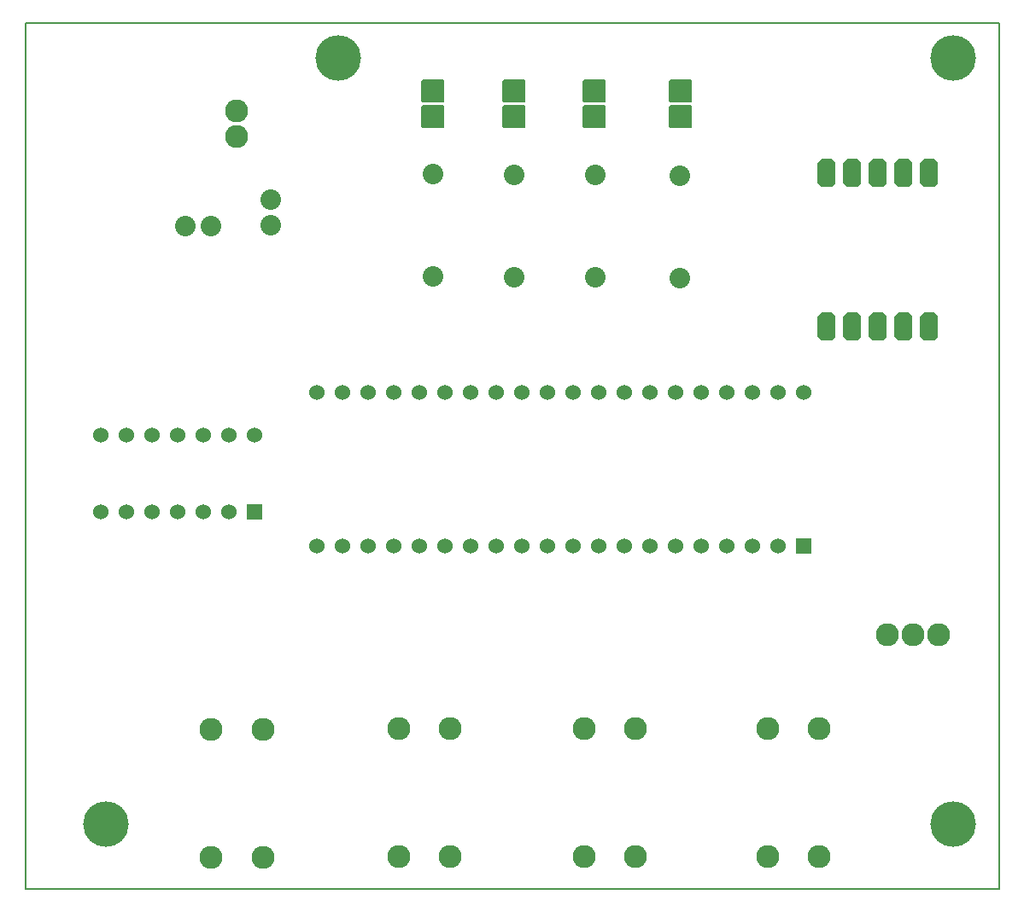
<source format=gbr>
G04 PROTEUS RS274X GERBER FILE*
%FSLAX45Y45*%
%MOMM*%
G01*
%AMPPAD014*
4,1,36,
0.635000,0.762000,
-0.635000,0.762000,
-0.660970,0.759470,
-0.684980,0.752200,
-0.706580,0.740650,
-0.725290,0.725290,
-0.740650,0.706570,
-0.752200,0.684980,
-0.759470,0.660970,
-0.762000,0.635000,
-0.762000,-0.635000,
-0.759470,-0.660970,
-0.752200,-0.684980,
-0.740650,-0.706570,
-0.725290,-0.725290,
-0.706580,-0.740650,
-0.684980,-0.752200,
-0.660970,-0.759470,
-0.635000,-0.762000,
0.635000,-0.762000,
0.660970,-0.759470,
0.684980,-0.752200,
0.706580,-0.740650,
0.725290,-0.725290,
0.740650,-0.706570,
0.752200,-0.684980,
0.759470,-0.660970,
0.762000,-0.635000,
0.762000,0.635000,
0.759470,0.660970,
0.752200,0.684980,
0.740650,0.706570,
0.725290,0.725290,
0.706580,0.740650,
0.684980,0.752200,
0.660970,0.759470,
0.635000,0.762000,
0*%
%ADD22PPAD014*%
%ADD23C,1.524000*%
%AMPPAD016*
4,1,8,
0.509800,1.397000,
-0.509800,1.397000,
-0.889000,1.017800,
-0.889000,-1.017800,
-0.509800,-1.397000,
0.509800,-1.397000,
0.889000,-1.017800,
0.889000,1.017800,
0.509800,1.397000,
0*%
%ADD24PPAD016*%
%ADD25C,2.286000*%
%AMPPAD018*
4,1,36,
1.143000,-1.016000,
1.143000,1.016000,
1.140470,1.041970,
1.133200,1.065980,
1.121650,1.087580,
1.106290,1.106290,
1.087570,1.121650,
1.065980,1.133200,
1.041970,1.140470,
1.016000,1.143000,
-1.016000,1.143000,
-1.041970,1.140470,
-1.065980,1.133200,
-1.087570,1.121650,
-1.106290,1.106290,
-1.121650,1.087580,
-1.133200,1.065980,
-1.140470,1.041970,
-1.143000,1.016000,
-1.143000,-1.016000,
-1.140470,-1.041970,
-1.133200,-1.065980,
-1.121650,-1.087580,
-1.106290,-1.106290,
-1.087570,-1.121650,
-1.065980,-1.133200,
-1.041970,-1.140470,
-1.016000,-1.143000,
1.016000,-1.143000,
1.041970,-1.140470,
1.065980,-1.133200,
1.087570,-1.121650,
1.106290,-1.106290,
1.121650,-1.087580,
1.133200,-1.065980,
1.140470,-1.041970,
1.143000,-1.016000,
0*%
%ADD26PPAD018*%
%ADD13C,2.032000*%
%ADD27C,4.508000*%
%ADD17C,0.203200*%
D22*
X-1989000Y+3457000D03*
D23*
X-2243000Y+3457000D03*
X-2497000Y+3457000D03*
X-2751000Y+3457000D03*
X-3005000Y+3457000D03*
X-3259000Y+3457000D03*
X-3513000Y+3457000D03*
X-3767000Y+3457000D03*
X-4021000Y+3457000D03*
X-4275000Y+3457000D03*
X-4529000Y+3457000D03*
X-4783000Y+3457000D03*
X-5037000Y+3457000D03*
X-5291000Y+3457000D03*
X-5545000Y+3457000D03*
X-5799000Y+3457000D03*
X-6053000Y+3457000D03*
X-6307000Y+3457000D03*
X-6561000Y+3457000D03*
X-6815000Y+3457000D03*
X-6815000Y+4981000D03*
X-6561000Y+4981000D03*
X-6307000Y+4981000D03*
X-6053000Y+4981000D03*
X-5799000Y+4981000D03*
X-5545000Y+4981000D03*
X-5291000Y+4981000D03*
X-5037000Y+4981000D03*
X-4783000Y+4981000D03*
X-4529000Y+4981000D03*
X-4275000Y+4981000D03*
X-4021000Y+4981000D03*
X-3767000Y+4981000D03*
X-3513000Y+4981000D03*
X-3259000Y+4981000D03*
X-3005000Y+4981000D03*
X-2751000Y+4981000D03*
X-2497000Y+4981000D03*
X-2243000Y+4981000D03*
X-1989000Y+4981000D03*
D24*
X-1500000Y+7153000D03*
X-1754000Y+7153000D03*
X-1500000Y+5629000D03*
X-1246000Y+7153000D03*
X-1246000Y+5629000D03*
X-992000Y+5629000D03*
X-1754000Y+5629000D03*
X-738000Y+5629000D03*
X-738000Y+7153000D03*
X-992000Y+7153000D03*
D22*
X-7431000Y+3791000D03*
D23*
X-7685000Y+3791000D03*
X-7939000Y+3791000D03*
X-8193000Y+3791000D03*
X-8447000Y+3791000D03*
X-8701000Y+3791000D03*
X-8955000Y+3791000D03*
X-8955000Y+4553000D03*
X-8701000Y+4553000D03*
X-8447000Y+4553000D03*
X-8193000Y+4553000D03*
X-7939000Y+4553000D03*
X-7685000Y+4553000D03*
X-7431000Y+4553000D03*
D25*
X-7604000Y+7776000D03*
X-7604000Y+7522000D03*
X-1830000Y+1645000D03*
X-2340000Y+1645000D03*
X-1830000Y+375000D03*
X-2340000Y+375000D03*
X-3653000Y+1647000D03*
X-4163000Y+1647000D03*
X-3653000Y+377000D03*
X-4163000Y+377000D03*
X-5492000Y+1641000D03*
X-6002000Y+1641000D03*
X-5492000Y+371000D03*
X-6002000Y+371000D03*
X-7348000Y+1640000D03*
X-7858000Y+1640000D03*
X-7348000Y+370000D03*
X-7858000Y+370000D03*
X-1151000Y+2578000D03*
X-897000Y+2578000D03*
X-643000Y+2578000D03*
D26*
X-4055000Y+7716000D03*
X-4055000Y+7970000D03*
D13*
X-4049000Y+7139000D03*
X-4049000Y+6123000D03*
D26*
X-4857000Y+7716000D03*
X-4857000Y+7970000D03*
D13*
X-4858000Y+7139000D03*
X-4858000Y+6123000D03*
D26*
X-3208000Y+7716000D03*
X-3208000Y+7970000D03*
D13*
X-3209000Y+7129000D03*
X-3209000Y+6113000D03*
D26*
X-5658000Y+7715000D03*
X-5658000Y+7969000D03*
D13*
X-5657000Y+7149000D03*
X-5657000Y+6133000D03*
D27*
X-500000Y+8300000D03*
X-6600000Y+8300000D03*
D13*
X-8116000Y+6635000D03*
X-7862000Y+6635000D03*
X-7272000Y+6891000D03*
X-7272000Y+6637000D03*
D27*
X-500000Y+700000D03*
X-8900000Y+700000D03*
D17*
X-9700000Y+50000D02*
X-50000Y+50000D01*
X-50000Y+8650000D01*
X-9700000Y+8650000D01*
X-9700000Y+50000D01*
M02*

</source>
